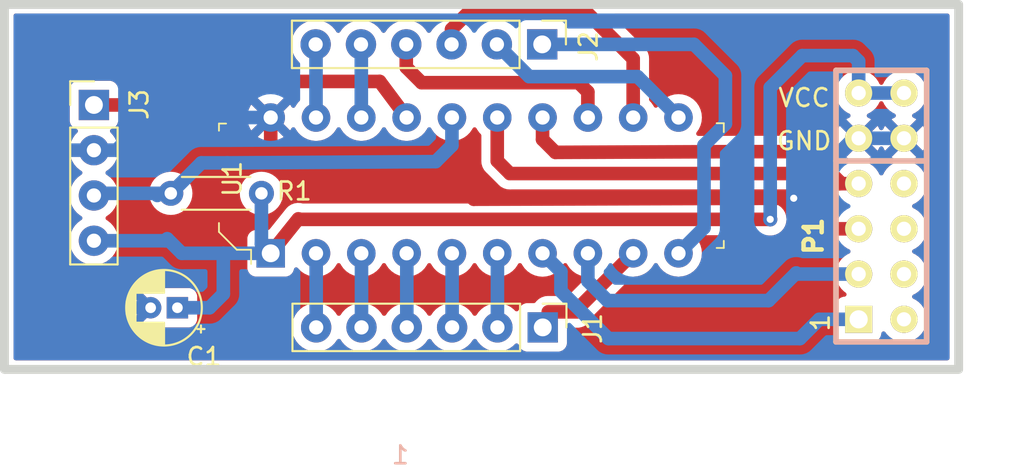
<source format=kicad_pcb>
(kicad_pcb (version 20221018) (generator pcbnew)
  (layers (0 "F.Cu" signal) (31 "B.Cu" signal) (34 "B.Paste" user) (35 "F.Paste" user) (36 "B.SilkS" user "B.Silkscreen") (37 "F.SilkS" user "F.Silkscreen") (38 "B.Mask" user) (39 "F.Mask" user) (44 "Edge.Cuts" user))
  (net 0 "")
  (net 1 "+3V3")
  (net 2 "RST")
  (net 3 "P1.0")
  (net 4 "P1.1")
  (net 5 "P1.2")
  (net 6 "P1.3")
  (net 7 "P1.4")
  (net 8 "P2.1")
  (net 9 "P2.6")
  (net 10 "P2.7")
  (net 11 "P2.5")
  (net 12 "P2.4")
  (net 13 "P2.3")
  (net 14 "P2.2")
  (net 15 "TEST")
  (net 17 "P1.5{slash}SCK")
  (net 19 "P1.6{slash}MISO")
  (net 21 "P1.7{slash}MOSI")
  (net 23 "P2.0{slash}CS")
  (net 24 "GND")
  (footprint "Resistor_THT:R_Axial_DIN0204_L3.6mm_D1.6mm_P5.08mm_Horizontal" (layer "F.Cu") (at 114.3 129.6 180)
    (fp_text reference "R1" (at -1.84 0.12) (layer "F.SilkS"))
    (fp_text value "4.7k")
    (fp_line (start 0.62 -0.92) (end 4.46 -0.92) (stroke (width 0.12)) (layer "F.SilkS"))
    (fp_line (start 0.62 0.92) (end 4.46 0.92) (stroke (width 0.12)) (layer "F.SilkS"))
    (pad "1" thru_hole circle (at 0 0 180) (size 1.4 1.4) (drill 0.7) (layers "*.Cu" "*.Mask") (net 1 "+3V3"))
    (pad "2" thru_hole oval (at 5.08 0 180) (size 1.4 1.4) (drill 0.7) (layers "*.Cu" "*.Mask") (net 2 "RST"))
  )
  (footprint "Connector_PinHeader_2.54mm:PinHeader_1x04_P2.54mm_Vertical" (layer "F.Cu") (at 104.91 124.64)
    (fp_text reference "J3" (at 2.54 -0.03 90) (layer "F.SilkS"))
    (fp_text value "con2")
    (fp_line (start -1.33 -1.33) (end 0 -1.33) (stroke (width 0.12)) (layer "F.SilkS"))
    (fp_line (start -1.33 0) (end -1.33 -1.33) (stroke (width 0.12)) (layer "F.SilkS"))
    (fp_line (start -1.33 1.27) (end -1.33 8.95) (stroke (width 0.12)) (layer "F.SilkS"))
    (fp_line (start -1.33 1.27) (end 1.33 1.27) (stroke (width 0.12)) (layer "F.SilkS"))
    (fp_line (start -1.33 8.95) (end 1.33 8.95) (stroke (width 0.12)) (layer "F.SilkS"))
    (fp_line (start 1.33 1.27) (end 1.33 8.95) (stroke (width 0.12)) (layer "F.SilkS"))
    (pad "1" thru_hole rect (at 0 0) (size 1.7 1.7) (drill 1) (layers "*.Cu" "*.Mask") (net 15 "TEST"))
    (pad "2" thru_hole oval (at 0 2.54) (size 1.7 1.7) (drill 0.8) (layers "*.Cu" "*.Mask") (net 24 "GND"))
    (pad "3" thru_hole oval (at 0 5.08) (size 1.7 1.7) (drill 0.8) (layers "*.Cu" "*.Mask") (net 2 "RST"))
    (pad "4" thru_hole oval (at 0 7.62) (size 1.7 1.7) (drill 0.8) (layers "*.Cu" "*.Mask") (net 1 "+3V3"))
  )
  (footprint "Capacitor_THT:CP_Radial_D4.0mm_P1.50mm" (layer "F.Cu") (at 109.59 136.02 180)
    (fp_text reference "C1" (at -1.49 -2.75) (layer "F.SilkS"))
    (fp_text value "1u")
    (fp_line (start -1.519801 -1.195) (end -1.119801 -1.195) (stroke (width 0.12)) (layer "F.SilkS"))
    (fp_line (start -1.319801 -1.395) (end -1.319801 -0.995) (stroke (width 0.12)) (layer "F.SilkS"))
    (fp_line (start 0.75 -2.08) (end 0.75 -0.84) (stroke (width 0.12)) (layer "F.SilkS"))
    (fp_line (start 0.75 0.84) (end 0.75 2.08) (stroke (width 0.12)) (layer "F.SilkS"))
    (fp_line (start 0.79 -2.08) (end 0.79 -0.84) (stroke (width 0.12)) (layer "F.SilkS"))
    (fp_line (start 0.79 0.84) (end 0.79 2.08) (stroke (width 0.12)) (layer "F.SilkS"))
    (fp_line (start 0.83 -2.079) (end 0.83 -0.84) (stroke (width 0.12)) (layer "F.SilkS"))
    (fp_line (start 0.83 0.84) (end 0.83 2.079) (stroke (width 0.12)) (layer "F.SilkS"))
    (fp_line (start 0.87 -2.077) (end 0.87 -0.84) (stroke (width 0.12)) (layer "F.SilkS"))
    (fp_line (start 0.87 0.84) (end 0.87 2.077) (stroke (width 0.12)) (layer "F.SilkS"))
    (fp_line (start 0.91 -2.074) (end 0.91 -0.84) (stroke (width 0.12)) (layer "F.SilkS"))
    (fp_line (start 0.91 0.84) (end 0.91 2.074) (stroke (width 0.12)) (layer "F.SilkS"))
    (fp_line (start 0.95 -2.071) (end 0.95 -0.84) (stroke (width 0.12)) (layer "F.SilkS"))
    (fp_line (start 0.95 0.84) (end 0.95 2.071) (stroke (width 0.12)) (layer "F.SilkS"))
    (fp_line (start 0.99 -2.067) (end 0.99 -0.84) (stroke (width 0.12)) (layer "F.SilkS"))
    (fp_line (start 0.99 0.84) (end 0.99 2.067) (stroke (width 0.12)) (layer "F.SilkS"))
    (fp_line (start 1.03 -2.062) (end 1.03 -0.84) (stroke (width 0.12)) (layer "F.SilkS"))
    (fp_line (start 1.03 0.84) (end 1.03 2.062) (stroke (width 0.12)) (layer "F.SilkS"))
    (fp_line (start 1.07 -2.056) (end 1.07 -0.84) (stroke (width 0.12)) (layer "F.SilkS"))
    (fp_line (start 1.07 0.84) (end 1.07 2.056) (stroke (width 0.12)) (layer "F.SilkS"))
    (fp_line (start 1.11 -2.05) (end 1.11 -0.84) (stroke (width 0.12)) (layer "F.SilkS"))
    (fp_line (start 1.11 0.84) (end 1.11 2.05) (stroke (width 0.12)) (layer "F.SilkS"))
    (fp_line (start 1.15 -2.042) (end 1.15 -0.84) (stroke (width 0.12)) (layer "F.SilkS"))
    (fp_line (start 1.15 0.84) (end 1.15 2.042) (stroke (width 0.12)) (layer "F.SilkS"))
    (fp_line (start 1.19 -2.034) (end 1.19 -0.84) (stroke (width 0.12)) (layer "F.SilkS"))
    (fp_line (start 1.19 0.84) (end 1.19 2.034) (stroke (width 0.12)) (layer "F.SilkS"))
    (fp_line (start 1.23 -2.025) (end 1.23 -0.84) (stroke (width 0.12)) (layer "F.SilkS"))
    (fp_line (start 1.23 0.84) (end 1.23 2.025) (stroke (width 0.12)) (layer "F.SilkS"))
    (fp_line (start 1.27 -2.016) (end 1.27 -0.84) (stroke (width 0.12)) (layer "F.SilkS"))
    (fp_line (start 1.27 0.84) (end 1.27 2.016) (stroke (width 0.12)) (layer "F.SilkS"))
    (fp_line (start 1.31 -2.005) (end 1.31 -0.84) (stroke (width 0.12)) (layer "F.SilkS"))
    (fp_line (start 1.31 0.84) (end 1.31 2.005) (stroke (width 0.12)) (layer "F.SilkS"))
    (fp_line (start 1.35 -1.994) (end 1.35 -0.84) (stroke (width 0.12)) (layer "F.SilkS"))
    (fp_line (start 1.35 0.84) (end 1.35 1.994) (stroke (width 0.12)) (layer "F.SilkS"))
    (fp_line (start 1.39 -1.982) (end 1.39 -0.84) (stroke (width 0.12)) (layer "F.SilkS"))
    (fp_line (start 1.39 0.84) (end 1.39 1.982) (stroke (width 0.12)) (layer "F.SilkS"))
    (fp_line (start 1.43 -1.968) (end 1.43 -0.84) (stroke (width 0.12)) (layer "F.SilkS"))
    (fp_line (start 1.43 0.84) (end 1.43 1.968) (stroke (width 0.12)) (layer "F.SilkS"))
    (fp_line (start 1.471 -1.954) (end 1.471 -0.84) (stroke (width 0.12)) (layer "F.SilkS"))
    (fp_line (start 1.471 0.84) (end 1.471 1.954) (stroke (width 0.12)) (layer "F.SilkS"))
    (fp_line (start 1.511 -1.94) (end 1.511 -0.84) (stroke (width 0.12)) (layer "F.SilkS"))
    (fp_line (start 1.511 0.84) (end 1.511 1.94) (stroke (width 0.12)) (layer "F.SilkS"))
    (fp_line (start 1.551 -1.924) (end 1.551 -0.84) (stroke (width 0.12)) (layer "F.SilkS"))
    (fp_line (start 1.551 0.84) (end 1.551 1.924) (stroke (width 0.12)) (layer "F.SilkS"))
    (fp_line (start 1.591 -1.907) (end 1.591 -0.84) (stroke (width 0.12)) (layer "F.SilkS"))
    (fp_line (start 1.591 0.84) (end 1.591 1.907) (stroke (width 0.12)) (layer "F.SilkS"))
    (fp_line (start 1.631 -1.889) (end 1.631 -0.84) (stroke (width 0.12)) (layer "F.SilkS"))
    (fp_line (start 1.631 0.84) (end 1.631 1.889) (stroke (width 0.12)) (layer "F.SilkS"))
    (fp_line (start 1.671 -1.87) (end 1.671 -0.84) (stroke (width 0.12)) (layer "F.SilkS"))
    (fp_line (start 1.671 0.84) (end 1.671 1.87) (stroke (width 0.12)) (layer "F.SilkS"))
    (fp_line (start 1.711 -1.851) (end 1.711 -0.84) (stroke (width 0.12)) (layer "F.SilkS"))
    (fp_line (start 1.711 0.84) (end 1.711 1.851) (stroke (width 0.12)) (layer "F.SilkS"))
    (fp_line (start 1.751 -1.83) (end 1.751 -0.84) (stroke (width 0.12)) (layer "F.SilkS"))
    (fp_line (start 1.751 0.84) (end 1.751 1.83) (stroke (width 0.12)) (layer "F.SilkS"))
    (fp_line (start 1.791 -1.808) (end 1.791 -0.84) (stroke (width 0.12)) (layer "F.SilkS"))
    (fp_line (start 1.791 0.84) (end 1.791 1.808) (stroke (width 0.12)) (layer "F.SilkS"))
    (fp_line (start 1.831 -1.785) (end 1.831 -0.84) (stroke (width 0.12)) (layer "F.SilkS"))
    (fp_line (start 1.831 0.84) (end 1.831 1.785) (stroke (width 0.12)) (layer "F.SilkS"))
    (fp_line (start 1.871 -1.76) (end 1.871 -0.84) (stroke (width 0.12)) (layer "F.SilkS"))
    (fp_line (start 1.871 0.84) (end 1.871 1.76) (stroke (width 0.12)) (layer "F.SilkS"))
    (fp_line (start 1.911 -1.735) (end 1.911 -0.84) (stroke (width 0.12)) (layer "F.SilkS"))
    (fp_line (start 1.911 0.84) (end 1.911 1.735) (stroke (width 0.12)) (layer "F.SilkS"))
    (fp_line (start 1.951 -1.708) (end 1.951 -0.84) (stroke (width 0.12)) (layer "F.SilkS"))
    (fp_line (start 1.951 0.84) (end 1.951 1.708) (stroke (width 0.12)) (layer "F.SilkS"))
    (fp_line (start 1.991 -1.68) (end 1.991 -0.84) (stroke (width 0.12)) (layer "F.SilkS"))
    (fp_line (start 1.991 0.84) (end 1.991 1.68) (stroke (width 0.12)) (layer "F.SilkS"))
    (fp_line (start 2.031 -1.65) (end 2.031 -0.84) (stroke (width 0.12)) (layer "F.SilkS"))
    (fp_line (start 2.031 0.84) (end 2.031 1.65) (stroke (width 0.12)) (layer "F.SilkS"))
    (fp_line (start 2.071 -1.619) (end 2.071 -0.84) (stroke (width 0.12)) (layer "F.SilkS"))
    (fp_line (start 2.071 0.84) (end 2.071 1.619) (stroke (width 0.12)) (layer "F.SilkS"))
    (fp_line (start 2.111 -1.587) (end 2.111 -0.84) (stroke (width 0.12)) (layer "F.SilkS"))
    (fp_line (start 2.111 0.84) (end 2.111 1.587) (stroke (width 0.12)) (layer "F.SilkS"))
    (fp_line (start 2.151 -1.552) (end 2.151 -0.84) (stroke (width 0.12)) (layer "F.SilkS"))
    (fp_line (start 2.151 0.84) (end 2.151 1.552) (stroke (width 0.12)) (layer "F.SilkS"))
    (fp_line (start 2.191 -1.516) (end 2.191 -0.84) (stroke (width 0.12)) (layer "F.SilkS"))
    (fp_line (start 2.191 0.84) (end 2.191 1.516) (stroke (width 0.12)) (layer "F.SilkS"))
    (fp_line (start 2.231 -1.478) (end 2.231 -0.84) (stroke (width 0.12)) (layer "F.SilkS"))
    (fp_line (start 2.231 0.84) (end 2.231 1.478) (stroke (width 0.12)) (layer "F.SilkS"))
    (fp_line (start 2.271 -1.438) (end 2.271 -0.84) (stroke (width 0.12)) (layer "F.SilkS"))
    (fp_line (start 2.271 0.84) (end 2.271 1.438) (stroke (width 0.12)) (layer "F.SilkS"))
    (fp_line (start 2.311 -1.396) (end 2.311 -0.84) (stroke (width 0.12)) (layer "F.SilkS"))
    (fp_line (start 2.311 0.84) (end 2.311 1.396) (stroke (width 0.12)) (layer "F.SilkS"))
    (fp_line (start 2.351 -1.351) (end 2.351 1.351) (stroke (width 0.12)) (layer "F.SilkS"))
    (fp_line (start 2.391 -1.304) (end 2.391 1.304) (stroke (width 0.12)) (layer "F.SilkS"))
    (fp_line (start 2.431 -1.254) (end 2.431 1.254) (stroke (width 0.12)) (layer "F.SilkS"))
    (fp_line (start 2.471 -1.2) (end 2.471 1.2) (stroke (width 0.12)) (layer "F.SilkS"))
    (fp_line (start 2.511 -1.142) (end 2.511 1.142) (stroke (width 0.12)) (layer "F.SilkS"))
    (fp_line (start 2.551 -1.08) (end 2.551 1.08) (stroke (width 0.12)) (layer "F.SilkS"))
    (fp_line (start 2.591 -1.013) (end 2.591 1.013) (stroke (width 0.12)) (layer "F.SilkS"))
    (fp_line (start 2.631 -0.94) (end 2.631 0.94) (stroke (width 0.12)) (layer "F.SilkS"))
    (fp_line (start 2.671 -0.859) (end 2.671 0.859) (stroke (width 0.12)) (layer "F.SilkS"))
    (fp_line (start 2.711 -0.768) (end 2.711 0.768) (stroke (width 0.12)) (layer "F.SilkS"))
    (fp_line (start 2.751 -0.664) (end 2.751 0.664) (stroke (width 0.12)) (layer "F.SilkS"))
    (fp_line (start 2.791 -0.537) (end 2.791 0.537) (stroke (width 0.12)) (layer "F.SilkS"))
    (fp_line (start 2.831 -0.37) (end 2.831 0.37) (stroke (width 0.12)) (layer "F.SilkS"))
    (fp_circle (center 0.75 0) (end 2.87 0) (stroke (width 0.12)) (fill none) (layer "F.SilkS"))
    (pad "1" thru_hole rect (at 0 0 180) (size 1.2 1.2) (drill 0.6) (layers "*.Cu" "*.Mask") (net 1 "+3V3"))
    (pad "2" thru_hole circle (at 1.5 0 180) (size 1.2 1.2) (drill 0.6) (layers "*.Cu" "*.Mask") (net 24 "GND"))
  )
  (footprint "Connector_PinHeader_2.54mm:PinHeader_1x06_P2.54mm_Vertical" (layer "F.Cu") (at 130.04 121.24 -90)
    (fp_text reference "J2" (at 0.12 -2.59 -270) (layer "F.SilkS"))
    (fp_text value "ports")
    (fp_line (start -1.33 -1.33) (end 0 -1.33) (stroke (width 0.12)) (layer "F.SilkS"))
    (fp_line (start -1.33 0) (end -1.33 -1.33) (stroke (width 0.12)) (layer "F.SilkS"))
    (fp_line (start -1.33 1.27) (end -1.33 14.03) (stroke (width 0.12)) (layer "F.SilkS"))
    (fp_line (start -1.33 1.27) (end 1.33 1.27) (stroke (width 0.12)) (layer "F.SilkS"))
    (fp_line (start -1.33 14.03) (end 1.33 14.03) (stroke (width 0.12)) (layer "F.SilkS"))
    (fp_line (start 1.33 1.27) (end 1.33 14.03) (stroke (width 0.12)) (layer "F.SilkS"))
    (pad "1" thru_hole rect (at 0 0 270) (size 1.7 1.7) (drill 1) (layers "*.Cu" "*.Mask") (net 14 "P2.2"))
    (pad "2" thru_hole oval (at 0 2.54 270) (size 1.7 1.7) (drill 0.8) (layers "*.Cu" "*.Mask") (net 13 "P2.3"))
    (pad "3" thru_hole oval (at 0 5.08 270) (size 1.7 1.7) (drill 0.8) (layers "*.Cu" "*.Mask") (net 12 "P2.4"))
    (pad "4" thru_hole oval (at 0 7.62 270) (size 1.7 1.7) (drill 0.8) (layers "*.Cu" "*.Mask") (net 11 "P2.5"))
    (pad "5" thru_hole oval (at 0 10.16 270) (size 1.7 1.7) (drill 0.8) (layers "*.Cu" "*.Mask") (net 10 "P2.7"))
    (pad "6" thru_hole oval (at 0 12.7 270) (size 1.7 1.7) (drill 0.8) (layers "*.Cu" "*.Mask") (net 9 "P2.6"))
  )
  (footprint "pmod-conn_6x2:pmod_pin_array_6x2" (layer "F.Cu") (at 149.05 130.32 180)
    (fp_text reference "P1" (at 3.8 -1.68 90) (layer "F.SilkS") (effects (font (size 1.016 1.016) (thickness 0.254))))
    (fp_text value "PMOD" hide)
    (fp_text user "1" (at 26.963401 -13.97) (layer "B.SilkS") (effects (justify mirror)))
    (fp_text user "VCC" (at 4.33 6.08) (layer "F.SilkS"))
    (fp_text user "GND" (at 4.33 3.66) (layer "F.SilkS"))
    (fp_text user "1" (at 3.41 -6.54 90) (layer "F.SilkS"))
    (fp_line (start -2.54 -7.62) (end -2.54 7.62) (stroke (width 0.3048)) (layer "B.SilkS"))
    (fp_line (start -2.54 7.62) (end 2.54 7.62) (stroke (width 0.3048)) (layer "B.SilkS"))
    (fp_line (start 2.54 -7.62) (end -2.54 -7.62) (stroke (width 0.3048)) (layer "B.SilkS"))
    (fp_line (start 2.54 2.54) (end -2.54 2.54) (stroke (width 0.3048)) (layer "B.SilkS"))
    (fp_line (start 2.54 7.62) (end 2.54 -7.62) (stroke (width 0.3048)) (layer "B.SilkS"))
    (fp_line (start -2.54 -7.62) (end -2.54 7.62) (stroke (width 0.3048)) (layer "F.SilkS"))
    (fp_line (start -2.54 7.62) (end 2.54 7.62) (stroke (width 0.3048)) (layer "F.SilkS"))
    (fp_line (start 2.54 -7.62) (end -2.54 -7.62) (stroke (width 0.3048)) (layer "F.SilkS"))
    (fp_line (start 2.54 2.54) (end -2.54 2.54) (stroke (width 0.3048)) (layer "F.SilkS"))
    (fp_line (start 2.54 7.62) (end 2.54 -7.62) (stroke (width 0.3048)) (layer "F.SilkS"))
    (pad "1" thru_hole rect (at 1.27 -6.35 180) (size 1.524 1.524) (drill 1.016) (layers "*.Cu" "*.Mask" "F.SilkS") (net 17 "P1.5{slash}SCK"))
    (pad "2" thru_hole circle (at 1.27 -3.81 90) (size 1.524 1.524) (drill 0.8) (layers "*.Cu" "*.Mask" "F.SilkS") (net 23 "P2.0{slash}CS"))
    (pad "3" thru_hole circle (at 1.27 -1.27 90) (size 1.524 1.524) (drill 0.8) (layers "*.Cu" "*.Mask" "F.SilkS") (net 21 "P1.7{slash}MOSI"))
    (pad "4" thru_hole circle (at 1.27 1.27 90) (size 1.524 1.524) (drill 0.8) (layers "*.Cu" "*.Mask" "F.SilkS") (net 19 "P1.6{slash}MISO"))
    (pad "5" thru_hole circle (at 1.27 3.81 90) (size 1.524 1.524) (drill 0.8) (layers "*.Cu" "*.Mask" "F.SilkS") (net 24 "GND"))
    (pad "6" thru_hole circle (at 1.27 6.35 90) (size 1.524 1.524) (drill 0.8) (layers "*.Cu" "*.Mask" "F.SilkS") (net 1 "+3V3"))
    (pad "7" thru_hole circle (at -1.27 -6.35 90) (size 1.524 1.524) (drill 0.8) (layers "*.Cu" "*.Mask" "F.SilkS"))
    (pad "8" thru_hole circle (at -1.27 -3.81 90) (size 1.524 1.524) (drill 0.8) (layers "*.Cu" "*.Mask" "F.SilkS"))
    (pad "9" thru_hole circle (at -1.27 -1.27 90) (size 1.524 1.524) (drill 0.8) (layers "*.Cu" "*.Mask" "F.SilkS"))
    (pad "10" thru_hole circle (at -1.27 1.27 90) (size 1.524 1.524) (drill 0.8) (layers "*.Cu" "*.Mask" "F.SilkS"))
    (pad "11" thru_hole circle (at -1.27 3.81 90) (size 1.524 1.524) (drill 0.8) (layers "*.Cu" "*.Mask" "F.SilkS") (net 24 "GND"))
    (pad "12" thru_hole circle (at -1.27 6.35 90) (size 1.524 1.524) (drill 0.8) (layers "*.Cu" "*.Mask" "F.SilkS") (net 1 "+3V3"))
  )
  (footprint "digikey-footprints:DIP-20_W7.62mm" (layer "F.Cu") (at 114.82 132.965 90)
    (fp_text reference "U1" (at 4.18 -2.15 90) (layer "F.SilkS"))
    (fp_text value "MSP430G2553IN20")
    (fp_line (start 0.2 -1.9) (end 0.2 -1.1) (stroke (width 0.1)) (layer "F.SilkS"))
    (fp_line (start 0.2 -1.1) (end -0.6 -1.1) (stroke (width 0.1)) (layer "F.SilkS"))
    (fp_line (start 0.3 25) (end 0.3 25.4) (stroke (width 0.1)) (layer "F.SilkS"))
    (fp_line (start 0.3 25.4) (end 0.7 25.4) (stroke (width 0.1)) (layer "F.SilkS"))
    (fp_line (start 1.2 -2.9) (end 0.2 -1.9) (stroke (width 0.1)) (layer "F.SilkS"))
    (fp_line (start 1.7 -2.9) (end 1.2 -2.9) (stroke (width 0.1)) (layer "F.SilkS"))
    (fp_line (start 7.28 -2.9) (end 6.88 -2.9) (stroke (width 0.1)) (layer "F.SilkS"))
    (fp_line (start 7.28 -2.5) (end 7.28 -2.9) (stroke (width 0.1)) (layer "F.SilkS"))
    (fp_line (start 7.3 25) (end 7.3 25.4) (stroke (width 0.1)) (layer "F.SilkS"))
    (fp_line (start 7.3 25.4) (end 6.8 25.4) (stroke (width 0.1)) (layer "F.SilkS"))
    (pad "1" thru_hole rect (at 0 0 90) (size 1.6 1.6) (drill 1) (layers "*.Cu" "*.Mask") (net 1 "+3V3"))
    (pad "2" thru_hole circle (at 0 2.54 90) (size 1.6 1.6) (drill 0.8) (layers "*.Cu" "*.Mask") (net 3 "P1.0"))
    (pad "3" thru_hole circle (at 0 5.08 90) (size 1.6 1.6) (drill 0.8) (layers "*.Cu" "*.Mask") (net 4 "P1.1"))
    (pad "4" thru_hole circle (at 0 7.62 90) (size 1.6 1.6) (drill 0.8) (layers "*.Cu" "*.Mask") (net 5 "P1.2"))
    (pad "5" thru_hole circle (at 0 10.16 90) (size 1.6 1.6) (drill 0.8) (layers "*.Cu" "*.Mask") (net 6 "P1.3"))
    (pad "6" thru_hole circle (at 0 12.7 90) (size 1.6 1.6) (drill 0.8) (layers "*.Cu" "*.Mask") (net 7 "P1.4"))
    (pad "7" thru_hole circle (at 0 15.24 90) (size 1.6 1.6) (drill 0.8) (layers "*.Cu" "*.Mask") (net 17 "P1.5{slash}SCK"))
    (pad "8" thru_hole circle (at 0 17.78 90) (size 1.6 1.6) (drill 0.8) (layers "*.Cu" "*.Mask") (net 23 "P2.0{slash}CS"))
    (pad "9" thru_hole circle (at 0 20.32 90) (size 1.6 1.6) (drill 0.8) (layers "*.Cu" "*.Mask") (net 8 "P2.1"))
    (pad "10" thru_hole circle (at 0 22.86 90) (size 1.6 1.6) (drill 0.8) (layers "*.Cu" "*.Mask") (net 14 "P2.2"))
    (pad "11" thru_hole circle (at 7.62 22.86 90) (size 1.6 1.6) (drill 0.8) (layers "*.Cu" "*.Mask") (net 13 "P2.3"))
    (pad "12" thru_hole circle (at 7.62 20.32 90) (size 1.6 1.6) (drill 0.8) (layers "*.Cu" "*.Mask") (net 12 "P2.4"))
    (pad "13" thru_hole circle (at 7.62 17.78 90) (size 1.6 1.6) (drill 0.8) (layers "*.Cu" "*.Mask") (net 11 "P2.5"))
    (pad "14" thru_hole circle (at 7.62 15.24 90) (size 1.6 1.6) (drill 0.8) (layers "*.Cu" "*.Mask") (net 19 "P1.6{slash}MISO"))
    (pad "15" thru_hole circle (at 7.62 12.7 90) (size 1.6 1.6) (drill 0.8) (layers "*.Cu" "*.Mask") (net 21 "P1.7{slash}MOSI"))
    (pad "16" thru_hole circle (at 7.62 10.16 90) (size 1.6 1.6) (drill 0.8) (layers "*.Cu" "*.Mask") (net 2 "RST"))
    (pad "17" thru_hole circle (at 7.62 7.62 90) (size 1.6 1.6) (drill 0.8) (layers "*.Cu" "*.Mask") (net 15 "TEST"))
    (pad "18" thru_hole circle (at 7.62 5.08 90) (size 1.6 1.6) (drill 0.8) (layers "*.Cu" "*.Mask") (net 10 "P2.7"))
    (pad "19" thru_hole circle (at 7.62 2.54 90) (size 1.6 1.6) (drill 0.8) (layers "*.Cu" "*.Mask") (net 9 "P2.6"))
    (pad "20" thru_hole circle (at 7.62 0 90) (size 1.6 1.6) (drill 0.8) (layers "*.Cu" "*.Mask") (net 24 "GND"))
  )
  (footprint "Connector_PinHeader_2.54mm:PinHeader_1x06_P2.54mm_Vertical" (layer "F.Cu") (at 130.069783 137.122416 -90)
    (fp_text reference "J1" (at 0.06 -2.8 90) (layer "F.SilkS"))
    (fp_text value "ports1")
    (fp_line (start -1.33 -1.33) (end 0 -1.33) (stroke (width 0.12)) (layer "F.SilkS"))
    (fp_line (start -1.33 0) (end -1.33 -1.33) (stroke (width 0.12)) (layer "F.SilkS"))
    (fp_line (start -1.33 1.27) (end -1.33 14.03) (stroke (width 0.12)) (layer "F.SilkS"))
    (fp_line (start -1.33 1.27) (end 1.33 1.27) (stroke (width 0.12)) (layer "F.SilkS"))
    (fp_line (start -1.33 14.03) (end 1.33 14.03) (stroke (width 0.12)) (layer "F.SilkS"))
    (fp_line (start 1.33 1.27) (end 1.33 14.03) (stroke (width 0.12)) (layer "F.SilkS"))
    (pad "1" thru_hole rect (at 0 0 270) (size 1.7 1.7) (drill 1) (layers "*.Cu" "*.Mask") (net 8 "P2.1"))
    (pad "2" thru_hole oval (at 0 2.54 270) (size 1.7 1.7) (drill 0.8) (layers "*.Cu" "*.Mask") (net 7 "P1.4"))
    (pad "3" thru_hole oval (at 0 5.08 270) (size 1.7 1.7) (drill 0.8) (layers "*.Cu" "*.Mask") (net 6 "P1.3"))
    (pad "4" thru_hole oval (at 0 7.62 270) (size 1.7 1.7) (drill 0.8) (layers "*.Cu" "*.Mask") (net 5 "P1.2"))
    (pad "5" thru_hole oval (at 0 10.16 270) (size 1.7 1.7) (drill 0.8) (layers "*.Cu" "*.Mask") (net 4 "P1.1"))
    (pad "6" thru_hole oval (at 0 12.7 270) (size 1.7 1.7) (drill 0.8) (layers "*.Cu" "*.Mask") (net 3 "P1.0"))
  )
  (gr_rect (start 99.895 119) (end 153.385 139.48) (stroke (width 0.5)) (fill none) (layer "Edge.Cuts"))
  (segment (start 116.3573 131.06) (end 142.8227 131.06) (width 0.762) (layer "F.Cu") (net 1))
  (segment (start 114.82 132.965) (end 116.37 131.03) (width 0.762) (layer "F.Cu") (net 1))
  (via (at 142.8227 131.06) (size 0.8) (drill 0.4) (layers "F.Cu" "B.Cu") (net 1))
  (segment (start 111.39 136.02) (end 112.165 135.245) (width 0.762) (layer "B.Cu") (net 1))
  (segment (start 150.32 123.97) (end 147.78 123.97) (width 0.762) (layer "B.Cu") (net 1))
  (segment (start 112.165 135.245) (end 112.165 132.965) (width 0.762) (layer "B.Cu") (net 1))
  (segment (start 147.78 122.19) (end 147.46 121.87) (width 0.762) (layer "B.Cu") (net 1))
  (segment (start 147.46 121.87) (end 144.62 121.87) (width 0.762) (layer "B.Cu") (net 1))
  (segment (start 109.835 132.965) (end 109.02 132.15) (width 0.762) (layer "B.Cu") (net 1))
  (segment (start 109.59 136.02) (end 111.39 136.02) (width 0.762) (layer "B.Cu") (net 1))
  (segment (start 144.62 121.87) (end 142.8227 123.6673) (width 0.762) (layer "B.Cu") (net 1))
  (segment (start 114.3 132.445) (end 114.82 132.965) (width 0.762) (layer "B.Cu") (net 1))
  (segment (start 147.78 123.97) (end 147.78 122.19) (width 0.762) (layer "B.Cu") (net 1))
  (segment (start 112.165 132.965) (end 109.835 132.965) (width 0.762) (layer "B.Cu") (net 1))
  (segment (start 109.02 132.15) (end 108.91 132.26) (width 0.762) (layer "B.Cu") (net 1))
  (segment (start 114.3 129.6) (end 114.3 132.445) (width 0.762) (layer "B.Cu") (net 1))
  (segment (start 114.82 132.965) (end 112.165 132.965) (width 0.762) (layer "B.Cu") (net 1))
  (segment (start 108.91 132.26) (end 104.91 132.26) (width 0.762) (layer "B.Cu") (net 1))
  (segment (start 142.8227 123.6673) (end 142.8227 131.06) (width 0.762) (layer "B.Cu") (net 1))
  (segment (start 124.07 127.82) (end 112.39 127.89) (width 0.762) (layer "B.Cu") (net 2))
  (segment (start 108.46 129.72) (end 108.51 129.67) (width 0.762) (layer "B.Cu") (net 2))
  (segment (start 112.39 127.89) (end 110.93 127.89) (width 0.762) (layer "B.Cu") (net 2))
  (segment (start 109.22 129.6) (end 105.03 129.6) (width 0.762) (layer "B.Cu") (net 2))
  (segment (start 110.93 127.89) (end 109.22 129.6) (width 0.762) (layer "B.Cu") (net 2))
  (segment (start 124.98 126.91) (end 124.07 127.82) (width 0.762) (layer "B.Cu") (net 2))
  (segment (start 124.98 125.345) (end 124.98 126.91) (width 0.762) (layer "B.Cu") (net 2))
  (segment (start 105.03 129.6) (end 104.91 129.72) (width 0.762) (layer "B.Cu") (net 2))
  (segment (start 117.369783 137.122416) (end 117.369783 132.974783) (width 0.762) (layer "B.Cu") (net 3))
  (segment (start 117.369783 132.974783) (end 117.36 132.965) (width 0.762) (layer "B.Cu") (net 3))
  (segment (start 119.909783 137.122416) (end 119.909783 132.974783) (width 0.762) (layer "B.Cu") (net 4))
  (segment (start 119.909783 132.974783) (end 119.9 132.965) (width 0.762) (layer "B.Cu") (net 4))
  (segment (start 122.449783 132.974783) (end 122.44 132.965) (width 0.762) (layer "B.Cu") (net 5))
  (segment (start 122.449783 137.122416) (end 122.449783 132.974783) (width 0.762) (layer "B.Cu") (net 5))
  (segment (start 124.989783 137.122416) (end 124.989783 132.974783) (width 0.762) (layer "B.Cu") (net 6))
  (segment (start 124.989783 132.974783) (end 124.98 132.965) (width 0.762) (layer "B.Cu") (net 6))
  (segment (start 127.529783 137.122416) (end 127.529783 132.974783) (width 0.762) (layer "B.Cu") (net 7))
  (segment (start 127.529783 132.974783) (end 127.52 132.965) (width 0.762) (layer "B.Cu") (net 7))
  (segment (start 130.38 136.25) (end 131.992 136.25) (width 0.762) (layer "F.Cu") (net 8))
  (segment (start 131.992 136.25) (end 131.992 136.113) (width 0.762) (layer "F.Cu") (net 8))
  (segment (start 131.992 136.113) (end 135.14 132.965) (width 0.762) (layer "F.Cu") (net 8))
  (segment (start 117.36 121.26) (end 117.34 121.24) (width 0.762) (layer "B.Cu") (net 9))
  (segment (start 117.36 125.345) (end 117.36 121.26) (width 0.762) (layer "B.Cu") (net 9))
  (segment (start 119.9 125.345) (end 119.9 121.26) (width 0.762) (layer "B.Cu") (net 10))
  (segment (start 119.9 121.26) (end 119.88 121.24) (width 0.762) (layer "B.Cu") (net 10))
  (segment (start 132.6 125.345) (end 132.6 123.91) (width 0.762) (layer "F.Cu") (net 11))
  (segment (start 122.42 122.53) (end 122.42 121.24) (width 0.762) (layer "F.Cu") (net 11))
  (segment (start 123.28 123.39) (end 122.42 122.53) (width 0.762) (layer "F.Cu") (net 11))
  (segment (start 132.08 123.39) (end 123.28 123.39) (width 0.762) (layer "F.Cu") (net 11))
  (segment (start 132.6 123.91) (end 132.08 123.39) (width 0.762) (layer "F.Cu") (net 11))
  (segment (start 135.14 125.345) (end 135.14 122.05) (width 0.762) (layer "F.Cu") (net 12))
  (segment (start 124.96 120.39) (end 124.96 121.24) (width 0.762) (layer "F.Cu") (net 12))
  (segment (start 132.47102 119.38102) (end 125.96898 119.38102) (width 0.762) (layer "F.Cu") (net 12))
  (segment (start 135.14 122.05) (end 132.47102 119.38102) (width 0.762) (layer "F.Cu") (net 12))
  (segment (start 125.96898 119.38102) (end 124.96 120.39) (width 0.762) (layer "F.Cu") (net 12))
  (segment (start 135.385 123.05) (end 137.68 125.345) (width 0.762) (layer "B.Cu") (net 13))
  (segment (start 129.31 123.05) (end 135.385 123.05) (width 0.762) (layer "B.Cu") (net 13))
  (segment (start 127.5 121.24) (end 129.31 123.05) (width 0.762) (layer "B.Cu") (net 13))
  (segment (start 140.31 125.7) (end 140.31 123) (width 0.762) (layer "B.Cu") (net 14))
  (segment (start 138.55 121.24) (end 130.04 121.24) (width 0.762) (layer "B.Cu") (net 14))
  (segment (start 139.1105 126.8995) (end 140.31 125.7) (width 0.762) (layer "B.Cu") (net 14))
  (segment (start 137.68 132.965) (end 139.1105 131.5345) (width 0.762) (layer "B.Cu") (net 14))
  (segment (start 139.1105 131.5345) (end 139.1105 126.8995) (width 0.762) (layer "B.Cu") (net 14))
  (segment (start 140.31 123) (end 138.55 121.24) (width 0.762) (layer "B.Cu") (net 14))
  (segment (start 120.93 123.32) (end 107.842 123.32) (width 0.762) (layer "F.Cu") (net 15))
  (segment (start 122.44 125.345) (end 120.93 123.32) (width 0.762) (layer "F.Cu") (net 15))
  (segment (start 107.842 123.32) (end 106.522 124.64) (width 0.762) (layer "F.Cu") (net 15))
  (segment (start 106.522 124.64) (end 104.91 124.64) (width 0.762) (layer "F.Cu") (net 15))
  (segment (start 133.75 137.75) (end 144.49 137.75) (width 0.762) (layer "B.Cu") (net 17))
  (segment (start 145.57 136.67) (end 147.78 136.67) (width 0.762) (layer "B.Cu") (net 17))
  (segment (start 144.49 137.75) (end 145.57 136.67) (width 0.762) (layer "B.Cu") (net 17))
  (segment (start 130.06 132.965) (end 131.09 133.995) (width 0.762) (layer "B.Cu") (net 17))
  (segment (start 131.09 135.09) (end 133.75 137.75) (width 0.762) (layer "B.Cu") (net 17))
  (segment (start 131.09 133.995) (end 131.09 135.09) (width 0.762) (layer "B.Cu") (net 17))
  (segment (start 147.78 129.05) (end 146.7 129.06) (width 0.762) (layer "F.Cu") (net 19))
  (segment (start 130.06 126.58) (end 130.06 125.345) (width 0.762) (layer "F.Cu") (net 19))
  (segment (start 130.78 127.3) (end 130.06 126.58) (width 0.762) (layer "F.Cu") (net 19))
  (segment (start 146.7 129.06) (end 146.7 128.94) (width 0.762) (layer "F.Cu") (net 19))
  (segment (start 140.88 127.26) (end 130.78 127.3) (width 0.762) (layer "F.Cu") (net 19))
  (segment (start 145.02 127.26) (end 140.88 127.26) (width 0.762) (layer "F.Cu") (net 19))
  (segment (start 146.7 128.94) (end 145.02 127.26) (width 0.762) (layer "F.Cu") (net 19))
  (segment (start 147.78 129.05) (end 147.78 129.43) (width 0.762) (layer "B.Cu") (net 19))
  (segment (start 127.52 127.78) (end 128.23 128.49) (width 0.762) (layer "F.Cu") (net 21))
  (segment (start 144.53 128.49) (end 145.45 129.41) (width 0.762) (layer "F.Cu") (net 21))
  (segment (start 146.39 131.59) (end 147.78 131.59) (width 0.762) (layer "F.Cu") (net 21))
  (segment (start 146.29 131.69) (end 146.39 131.59) (width 0.762) (layer "F.Cu") (net 21))
  (segment (start 128.23 128.49) (end 144.53 128.49) (width 0.762) (layer "F.Cu") (net 21))
  (segment (start 145.45 129.41) (end 145.45 130.85) (width 0.762) (layer "F.Cu") (net 21))
  (segment (start 145.45 130.85) (end 146.29 131.69) (width 0.762) (layer "F.Cu") (net 21))
  (segment (start 127.52 125.345) (end 127.52 127.78) (width 0.762) (layer "F.Cu") (net 21))
  (segment (start 142.73 135.62) (end 144.28 134.07) (width 0.762) (layer "B.Cu") (net 23))
  (segment (start 132.6 134.52) (end 133.7 135.62) (width 0.762) (layer "B.Cu") (net 23))
  (segment (start 132.6 132.965) (end 132.6 134.52) (width 0.762) (layer "B.Cu") (net 23))
  (segment (start 133.7 135.62) (end 142.73 135.62) (width 0.762) (layer "B.Cu") (net 23))
  (segment (start 144.34 134.13) (end 147.78 134.13) (width 0.762) (layer "B.Cu") (net 23))
  (segment (start 144.28 134.07) (end 144.34 134.13) (width 0.762) (layer "B.Cu") (net 23))
  (segment (start 126.2 129.93) (end 124.81 128.54) (width 0.762) (layer "F.Cu") (net 24))
  (segment (start 114.82 126.93) (end 114.82 125.345) (width 0.762) (layer "F.Cu") (net 24))
  (segment (start 144.14 129.874499) (end 126.2 129.93) (width 0.762) (layer "F.Cu") (net 24))
  (segment (start 124.81 128.54) (end 116.43 128.54) (width 0.762) (layer "F.Cu") (net 24))
  (segment (start 116.43 128.54) (end 114.82 126.93) (width 0.762) (layer "F.Cu") (net 24))
  (via (at 144.14 129.874499) (size 0.8) (drill 0.4) (layers "F.Cu" "B.Cu") (net 24))
  (segment (start 101.62 128.64) (end 103.08 127.18) (width 0.762) (layer "B.Cu") (net 24))
  (segment (start 104.91 127.18) (end 106.17 127.18) (width 0.762) (layer "B.Cu") (net 24))
  (segment (start 108.09 136.02) (end 102.76 136.02) (width 0.762) (layer "B.Cu") (net 24))
  (segment (start 106.17 127.18) (end 108.005 125.345) (width 0.762) (layer "B.Cu") (net 24))
  (segment (start 147.78 126.51) (end 147.504499 126.51) (width 0.762) (layer "B.Cu") (net 24))
  (segment (start 108.005 125.345) (end 114.82 125.345) (width 0.762) (layer "B.Cu") (net 24))
  (segment (start 147.504499 126.51) (end 144.14 129.874499) (width 0.762) (layer "B.Cu") (net 24))
  (segment (start 103.08 127.18) (end 104.91 127.18) (width 0.762) (layer "B.Cu") (net 24))
  (segment (start 102.76 136.02) (end 101.62 134.88) (width 0.762) (layer "B.Cu") (net 24))
  (segment (start 147.78 126.51) (end 150.32 126.51) (width 0.762) (layer "B.Cu") (net 24))
  (segment (start 101.62 134.88) (end 101.62 128.64) (width 0.762) (layer "B.Cu") (net 24))
  (zone (net 24) (net_name "GND") (layers "F&B.Cu") (connect_pads (clearance 0.508)) (min_thickness 0.254) (fill yes (thermal_gap 0.508) (thermal_bridge_width 0.508))
    (polygon (pts (xy 153.44 139.45) (xy 99.87 139.34) (xy 100.16 119.28) (xy 153.332879 119.22856)))
  )
)
</source>
